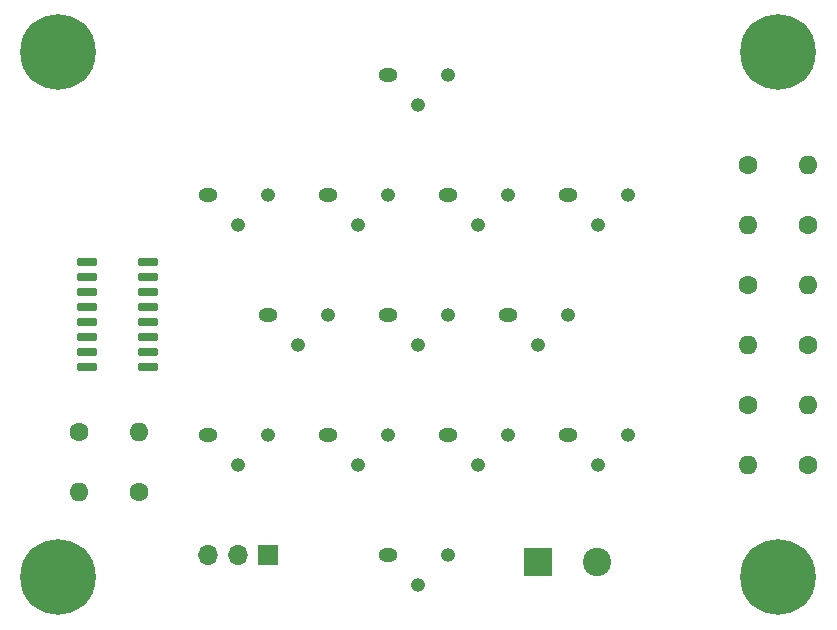
<source format=gbr>
%TF.GenerationSoftware,KiCad,Pcbnew,(6.0.5)*%
%TF.CreationDate,2022-05-16T17:43:26-07:00*%
%TF.ProjectId,hawkeye_driver,6861776b-6579-4655-9f64-72697665722e,A*%
%TF.SameCoordinates,Original*%
%TF.FileFunction,Soldermask,Top*%
%TF.FilePolarity,Negative*%
%FSLAX46Y46*%
G04 Gerber Fmt 4.6, Leading zero omitted, Abs format (unit mm)*
G04 Created by KiCad (PCBNEW (6.0.5)) date 2022-05-16 17:43:26*
%MOMM*%
%LPD*%
G01*
G04 APERTURE LIST*
G04 Aperture macros list*
%AMRoundRect*
0 Rectangle with rounded corners*
0 $1 Rounding radius*
0 $2 $3 $4 $5 $6 $7 $8 $9 X,Y pos of 4 corners*
0 Add a 4 corners polygon primitive as box body*
4,1,4,$2,$3,$4,$5,$6,$7,$8,$9,$2,$3,0*
0 Add four circle primitives for the rounded corners*
1,1,$1+$1,$2,$3*
1,1,$1+$1,$4,$5*
1,1,$1+$1,$6,$7*
1,1,$1+$1,$8,$9*
0 Add four rect primitives between the rounded corners*
20,1,$1+$1,$2,$3,$4,$5,0*
20,1,$1+$1,$4,$5,$6,$7,0*
20,1,$1+$1,$6,$7,$8,$9,0*
20,1,$1+$1,$8,$9,$2,$3,0*%
G04 Aperture macros list end*
%ADD10C,1.600000*%
%ADD11O,1.600000X1.600000*%
%ADD12RoundRect,0.150000X0.725000X0.150000X-0.725000X0.150000X-0.725000X-0.150000X0.725000X-0.150000X0*%
%ADD13O,1.600000X1.200000*%
%ADD14O,1.200000X1.200000*%
%ADD15R,1.700000X1.700000*%
%ADD16O,1.700000X1.700000*%
%ADD17R,2.400000X2.400000*%
%ADD18C,2.400000*%
%ADD19C,6.400000*%
G04 APERTURE END LIST*
D10*
%TO.C,R17*%
X172720000Y-93980000D03*
D11*
X172720000Y-88900000D03*
%TD*%
D12*
%TO.C,U1*%
X116875000Y-95885000D03*
X116875000Y-94615000D03*
X116875000Y-93345000D03*
X116875000Y-92075000D03*
X116875000Y-90805000D03*
X116875000Y-89535000D03*
X116875000Y-88265000D03*
X116875000Y-86995000D03*
X111725000Y-86995000D03*
X111725000Y-88265000D03*
X111725000Y-89535000D03*
X111725000Y-90805000D03*
X111725000Y-92075000D03*
X111725000Y-93345000D03*
X111725000Y-94615000D03*
X111725000Y-95885000D03*
%TD*%
D10*
%TO.C,R14*%
X167640000Y-88900000D03*
D11*
X167640000Y-93980000D03*
%TD*%
D13*
%TO.C,R4*%
X132080000Y-101600000D03*
D14*
X134620000Y-104140000D03*
X137160000Y-101600000D03*
%TD*%
D13*
%TO.C,R2*%
X147320000Y-91440000D03*
D14*
X149860000Y-93980000D03*
X152400000Y-91440000D03*
%TD*%
D10*
%TO.C,R18*%
X172720000Y-83820000D03*
D11*
X172720000Y-78740000D03*
%TD*%
D13*
%TO.C,R9*%
X152400000Y-101600000D03*
D14*
X154940000Y-104140000D03*
X157480000Y-101600000D03*
%TD*%
D13*
%TO.C,R5*%
X127000000Y-91440000D03*
D14*
X129540000Y-93980000D03*
X132080000Y-91440000D03*
%TD*%
D10*
%TO.C,R21*%
X110998000Y-101346000D03*
D11*
X110998000Y-106426000D03*
%TD*%
D13*
%TO.C,R10*%
X137160000Y-111760000D03*
D14*
X139700000Y-114300000D03*
X142240000Y-111760000D03*
%TD*%
D15*
%TO.C,J1*%
X127000000Y-111760000D03*
D16*
X124460000Y-111760000D03*
X121920000Y-111760000D03*
%TD*%
D10*
%TO.C,R20*%
X116078000Y-106426000D03*
D11*
X116078000Y-101346000D03*
%TD*%
D10*
%TO.C,R19*%
X172720000Y-104140000D03*
D11*
X172720000Y-99060000D03*
%TD*%
D13*
%TO.C,R3*%
X142240000Y-101600000D03*
D14*
X144780000Y-104140000D03*
X147320000Y-101600000D03*
%TD*%
D10*
%TO.C,R15*%
X167640000Y-78740000D03*
D11*
X167640000Y-83820000D03*
%TD*%
D17*
%TO.C,J2*%
X149860000Y-112395000D03*
D18*
X154860000Y-112395000D03*
%TD*%
D13*
%TO.C,R1*%
X142240000Y-81280000D03*
D14*
X144780000Y-83820000D03*
X147320000Y-81280000D03*
%TD*%
D19*
%TO.C,REF\u002A\u002A*%
X109220000Y-113665000D03*
%TD*%
D13*
%TO.C,R12*%
X121920000Y-81280000D03*
D14*
X124460000Y-83820000D03*
X127000000Y-81280000D03*
%TD*%
D13*
%TO.C,R11*%
X121920000Y-101600000D03*
D14*
X124460000Y-104140000D03*
X127000000Y-101600000D03*
%TD*%
D13*
%TO.C,R13*%
X137160000Y-91440000D03*
D14*
X139700000Y-93980000D03*
X142240000Y-91440000D03*
%TD*%
D19*
%TO.C,REF\u002A\u002A*%
X170180000Y-113665000D03*
%TD*%
%TO.C,REF\u002A\u002A*%
X170180000Y-69215000D03*
%TD*%
D13*
%TO.C,R8*%
X152400000Y-81280000D03*
D14*
X154940000Y-83820000D03*
X157480000Y-81280000D03*
%TD*%
D10*
%TO.C,R16*%
X167640000Y-99060000D03*
D11*
X167640000Y-104140000D03*
%TD*%
D19*
%TO.C,REF\u002A\u002A*%
X109220000Y-69215000D03*
%TD*%
D13*
%TO.C,R7*%
X137160000Y-71120000D03*
D14*
X139700000Y-73660000D03*
X142240000Y-71120000D03*
%TD*%
D13*
%TO.C,R6*%
X132080000Y-81280000D03*
D14*
X134620000Y-83820000D03*
X137160000Y-81280000D03*
%TD*%
M02*

</source>
